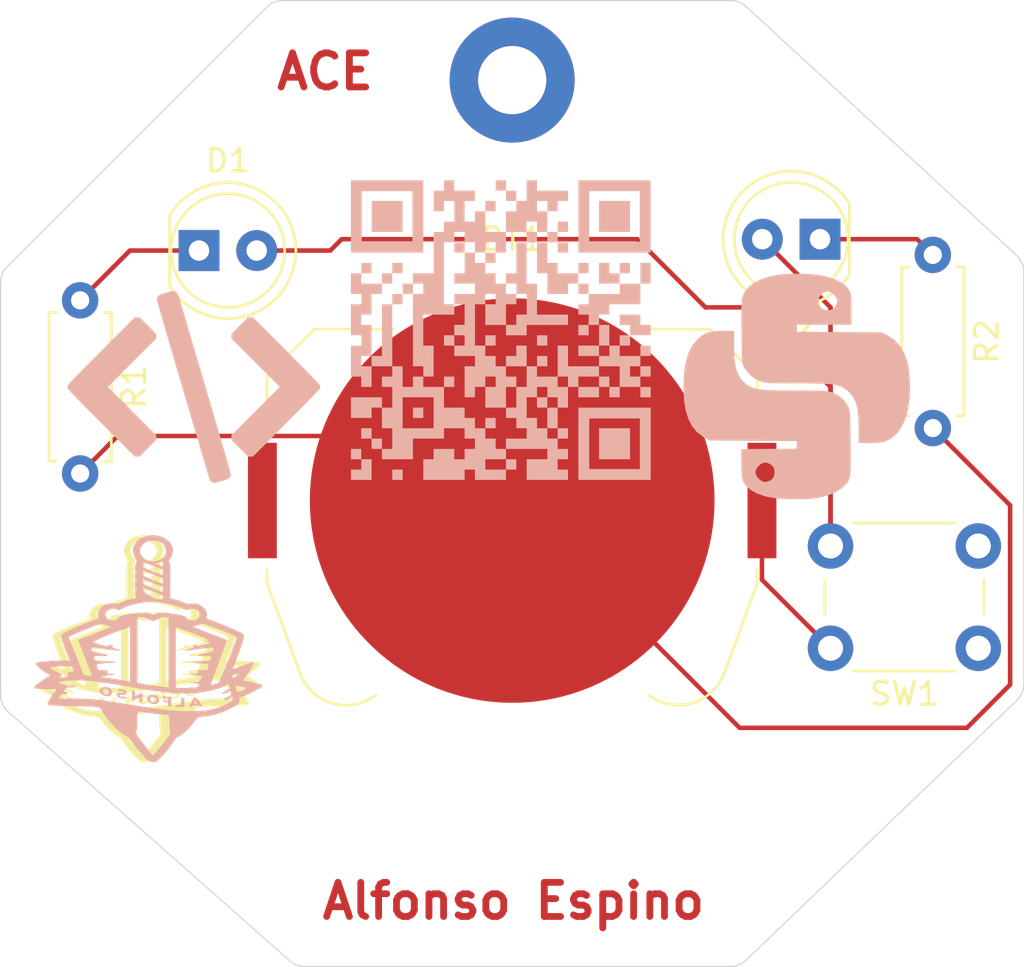
<source format=kicad_pcb>
(kicad_pcb (version 20241229) (generator "pcbnew") (generator_version "9.0")
  (layers (0 "F.Cu" signal) (2 "B.Cu" signal) (13 "F.Paste" user) (15 "B.Paste" user) (5 "F.SilkS" user "F.Silkscreen") (7 "B.SilkS" user "B.Silkscreen") (1 "F.Mask" user) (3 "B.Mask" user) (25 "Edge.Cuts" user))
  (net 0 "")
  (net 1 "Net-(BT1--)")
  (net 2 "Net-(BT1-+)")
  (net 3 "Net-(D1-K)")
  (net 4 "Net-(D2-K)")
  (net 5 "Net-(D1-A)")
  (footprint "Battery:BatteryHolder_Keystone_3034_1x20mm" (layer "F.Cu") (at 166.5 95.5)
    (property "Reference" "BT1" (at 0 -11.5 0) (layer "F.SilkS"))
    (property "Value" "Battery_Cell")
    (pad "1" smd rect (at -10.985 0) (size 1.27 5.08) (layers "F.Cu" "F.Mask" "F.Paste") (net 2 "Net-(BT1-+)"))
    (pad "1" smd rect (at 10.985 0) (size 1.27 5.08) (layers "F.Cu" "F.Mask" "F.Paste") (net 2 "Net-(BT1-+)"))
    (pad "2" smd circle (at 0 0) (size 17.8 17.8) (layers "F.Cu" "F.Mask") (net 1 "Net-(BT1--)"))
  )
  (footprint "Button_Switch_THT:SW_PUSH_6mm" (layer "F.Cu") (at 187 102 180)
    (property "Reference" "SW1" (at 3.25 -2 0) (layer "F.SilkS"))
    (property "Value" "SW_Push")
    (pad "1" thru_hole circle (at 0 0 270) (size 2 2) (drill 1.1) (layers "*.Cu" "*.Mask") (net 2 "Net-(BT1-+)"))
    (pad "1" thru_hole circle (at 6.5 0 270) (size 2 2) (drill 1.1) (layers "*.Cu" "*.Mask") (net 2 "Net-(BT1-+)"))
    (pad "2" thru_hole circle (at 0 4.5 270) (size 2 2) (drill 1.1) (layers "*.Cu" "*.Mask") (net 5 "Net-(D1-A)"))
    (pad "2" thru_hole circle (at 6.5 4.5 270) (size 2 2) (drill 1.1) (layers "*.Cu" "*.Mask") (net 5 "Net-(D1-A)"))
  )
  (footprint "Resistor_THT:R_Axial_DIN0207_L6.3mm_D2.5mm_P7.62mm_Horizontal" (layer "F.Cu") (at 185 84.69 -90)
    (property "Reference" "R2" (at 3.81 -2.37 90) (layer "F.SilkS"))
    (property "Value" "R")
    (pad "1" thru_hole circle (at 0 0 270) (size 1.6 1.6) (drill 0.8) (layers "*.Cu" "*.Mask") (net 4 "Net-(D2-K)"))
    (pad "2" thru_hole circle (at 7.62 0 270) (size 1.6 1.6) (drill 0.8) (layers "*.Cu" "*.Mask") (net 1 "Net-(BT1--)"))
  )
  (footprint "LOGO" (layer "F.Cu") (at 150.5 102)
    (property "Reference" "G***" (hide yes))
    (property "Value" "LOGO" (hide yes))
  )
  (footprint "Resistor_THT:R_Axial_DIN0207_L6.3mm_D2.5mm_P7.62mm_Horizontal" (layer "F.Cu") (at 147.5 86.69 -90)
    (property "Reference" "R1" (at 3.81 -2.37 90) (layer "F.SilkS"))
    (property "Value" "R")
    (pad "1" thru_hole circle (at 0 0 270) (size 1.6 1.6) (drill 0.8) (layers "*.Cu" "*.Mask") (net 3 "Net-(D1-K)"))
    (pad "2" thru_hole circle (at 7.62 0 270) (size 1.6 1.6) (drill 0.8) (layers "*.Cu" "*.Mask") (net 1 "Net-(BT1--)"))
  )
  (footprint "LED_THT:LED_D5.0mm" (layer "F.Cu") (at 152.725 84.5)
    (property "Reference" "D1" (at 1.27 -3.96 0) (layer "F.SilkS"))
    (property "Value" "LED")
    (pad "1" thru_hole rect (at 0 0) (size 1.8 1.8) (drill 0.9) (layers "*.Cu" "*.Mask") (net 3 "Net-(D1-K)"))
    (pad "2" thru_hole circle (at 2.54 0) (size 1.8 1.8) (drill 0.9) (layers "*.Cu" "*.Mask") (net 5 "Net-(D1-A)"))
  )
  (footprint "LED_THT:LED_D5.0mm" (layer "F.Cu") (at 180.04 84 180)
    (property "Reference" "D2" (at 1.27 -3.96 0) (layer "F.SilkS"))
    (property "Value" "LED")
    (pad "1" thru_hole rect (at 0 0 180) (size 1.8 1.8) (drill 0.9) (layers "*.Cu" "*.Mask") (net 4 "Net-(D2-K)"))
    (pad "2" thru_hole circle (at 2.54 0 180) (size 1.8 1.8) (drill 0.9) (layers "*.Cu" "*.Mask") (net 5 "Net-(D1-A)"))
  )
  (footprint "LOGO" (layer "B.Cu") (at 150.5 102 180)
    (property "Reference" "G***" (hide yes))
    (property "Value" "LOGO" (hide yes))
  )
  (footprint "LOGO" (layer "B.Cu") (at 152.5 90.5 180)
    (property "Reference" "G***" (hide yes))
    (property "Value" "LOGO" (hide yes))
  )
  (footprint "LOGO" (layer "B.Cu") (at 166 88 180)
    (property "Reference" "G***" (hide yes))
    (property "Value" "LOGO" (hide yes))
  )
  (footprint "LOGO" (layer "B.Cu") (at 179 90.5 180)
    (property "Reference" "G***" (hide yes))
    (property "Value" "LOGO" (hide yes))
  )
  (gr_line (start 176.09769 116) (end 157.378831 116) (stroke (width 0.05)) (layer "Edge.Cuts"))
  (gr_arc (start 144.337426 104.798492) (mid 144.088252 104.460242) (end 144 104.049496) (stroke (width 0.05)) (layer "Edge.Cuts"))
  (gr_line (start 144.292893 85.207107) (end 155.707107 73.792893) (stroke (width 0.05)) (layer "Edge.Cuts"))
  (gr_arc (start 189 103.573782) (mid 188.919927 103.965871) (end 188.692532 104.295169) (stroke (width 0.05)) (layer "Edge.Cuts"))
  (gr_arc (start 188.677057 84.702892) (mid 188.915704 85.036989) (end 189 85.438823) (stroke (width 0.05)) (layer "Edge.Cuts"))
  (gr_line (start 188.692532 104.295169) (end 176.790222 115.721387) (stroke (width 0.05)) (layer "Edge.Cuts"))
  (gr_line (start 156.414214 73.5) (end 176.109975 73.5) (stroke (width 0.05)) (layer "Edge.Cuts"))
  (gr_line (start 144 104.049496) (end 144 85.914214) (stroke (width 0.05)) (layer "Edge.Cuts"))
  (gr_line (start 156.716257 115.748997) (end 144.337426 104.798492) (stroke (width 0.05)) (layer "Edge.Cuts"))
  (gr_arc (start 176.109975 73.5) (mid 176.473341 73.568353) (end 176.787032 73.764069) (stroke (width 0.05)) (layer "Edge.Cuts"))
  (gr_arc (start 157.378831 116) (mid 157.024569 115.935146) (end 156.716257 115.748997) (stroke (width 0.05)) (layer "Edge.Cuts"))
  (gr_arc (start 176.790222 115.721387) (mid 176.470928 115.927736) (end 176.09769 116) (stroke (width 0.05)) (layer "Edge.Cuts"))
  (gr_line (start 176.787032 73.764069) (end 188.677057 84.702892) (stroke (width 0.05)) (layer "Edge.Cuts"))
  (gr_line (start 189 85.438823) (end 189 103.573782) (stroke (width 0.05)) (layer "Edge.Cuts"))
  (gr_arc (start 144 85.914214) (mid 144.07612 85.531531) (end 144.292893 85.207107) (stroke (width 0.05)) (layer "Edge.Cuts"))
  (gr_arc (start 155.707107 73.792893) (mid 156.03153 73.57612) (end 156.414214 73.5) (stroke (width 0.05)) (layer "Edge.Cuts"))
  (gr_text "Alfonso Espino" (at 158 114 0) (layer "F.Cu") (effects (font (size 1.5 1.5) (thickness 0.3) (bold yes)) (justify left bottom)))
  (gr_text "ACE" (at 156 77.5 0) (layer "F.Cu") (effects (font (size 1.5 1.5) (thickness 0.3) (bold yes)) (justify left bottom)))
  (via (at 166.5 77) (size 5.5) (drill 3) (layers "F.Cu" "B.Cu") (net 0))
  (segment (start 169.341 92.659) (end 166.5 95.5) (width 0.2) (layer "F.Cu") (net 1))
  (segment (start 186.5 105.5) (end 176.5 105.5) (width 0.2) (layer "F.Cu") (net 1))
  (segment (start 188.399 95.709) (end 188.399 103.601) (width 0.2) (layer "F.Cu") (net 1))
  (segment (start 147.5 94.31) (end 149.151 92.659) (width 0.2) (layer "F.Cu") (net 1))
  (segment (start 163.659 92.659) (end 166.5 95.5) (width 0.2) (layer "F.Cu") (net 1))
  (segment (start 149.151 92.659) (end 163.659 92.659) (width 0.2) (layer "F.Cu") (net 1))
  (segment (start 185 92.31) (end 188.399 95.709) (width 0.2) (layer "F.Cu") (net 1))
  (segment (start 188.399 103.601) (end 186.5 105.5) (width 0.2) (layer "F.Cu") (net 1))
  (segment (start 170.356925 101.31) (end 166.365 97.318075) (width 0.2) (layer "F.Cu") (net 1))
  (segment (start 162.373075 101.31) (end 166.365 97.318075) (width 0.2) (layer "F.Cu") (net 1))
  (segment (start 176.5 105.5) (end 166.5 95.5) (width 0.2) (layer "F.Cu") (net 1))
  (segment (start 177.485 95.5) (end 177.485 98.985) (width 0.2) (layer "F.Cu") (net 2))
  (segment (start 177.485 98.985) (end 180.5 102) (width 0.2) (layer "F.Cu") (net 2))
  (segment (start 155.265 97.203075) (end 155.38 97.318075) (width 0.2) (layer "F.Cu") (net 2))
  (segment (start 152.725 84.5) (end 149.69 84.5) (width 0.2) (layer "F.Cu") (net 3))
  (segment (start 149.69 84.5) (end 147.5 86.69) (width 0.2) (layer "F.Cu") (net 3))
  (segment (start 184.31 84) (end 185 84.69) (width 0.2) (layer "F.Cu") (net 4))
  (segment (start 180.04 84) (end 184.31 84) (width 0.2) (layer "F.Cu") (net 4))
  (segment (start 177 87) (end 175 87) (width 0.2) (layer "F.Cu") (net 5))
  (segment (start 172 84) (end 159 84) (width 0.2) (layer "F.Cu") (net 5))
  (segment (start 180.5 87) (end 177.5 84) (width 0.2) (layer "F.Cu") (net 5))
  (segment (start 177.5 84.5) (end 177.35 84.65) (width 0.2) (layer "F.Cu") (net 5))
  (segment (start 180.5 97.5) (end 180.5 87) (width 0.2) (layer "F.Cu") (net 5))
  (segment (start 177.5 84) (end 177 84) (width 0.2) (layer "F.Cu") (net 5))
  (segment (start 180.5 90.5) (end 177 87) (width 0.2) (layer "F.Cu") (net 5))
  (segment (start 180.5 97.5) (end 180.5 90.5) (width 0.2) (layer "F.Cu") (net 5))
  (segment (start 159 84) (end 158.5 84.5) (width 0.2) (layer "F.Cu") (net 5))
  (segment (start 177.5 84) (end 177.5 84.5) (width 0.2) (layer "F.Cu") (net 5))
  (segment (start 175 87) (end 172 84) (width 0.2) (layer "F.Cu") (net 5))
  (segment (start 158.5 84.5) (end 155.265 84.5) (width 0.2) (layer "F.Cu") (net 5))
)
</source>
